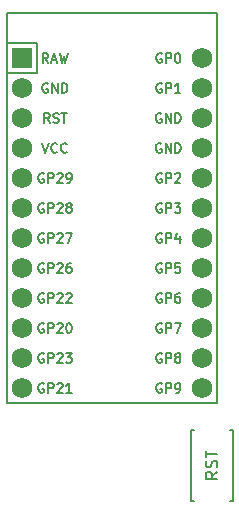
<source format=gbr>
%TF.GenerationSoftware,KiCad,Pcbnew,8.0.8-8.0.8-0~ubuntu24.04.1*%
%TF.CreationDate,2025-01-29T12:56:02-05:00*%
%TF.ProjectId,nitsud,6e697473-7564-42e6-9b69-6361645f7063,v1.0.0*%
%TF.SameCoordinates,Original*%
%TF.FileFunction,Legend,Top*%
%TF.FilePolarity,Positive*%
%FSLAX46Y46*%
G04 Gerber Fmt 4.6, Leading zero omitted, Abs format (unit mm)*
G04 Created by KiCad (PCBNEW 8.0.8-8.0.8-0~ubuntu24.04.1) date 2025-01-29 12:56:02*
%MOMM*%
%LPD*%
G01*
G04 APERTURE LIST*
%ADD10C,0.150000*%
%ADD11R,1.752600X1.752600*%
%ADD12C,1.752600*%
G04 APERTURE END LIST*
D10*
X259247618Y-96790390D02*
X259171428Y-96752295D01*
X259171428Y-96752295D02*
X259057142Y-96752295D01*
X259057142Y-96752295D02*
X258942856Y-96790390D01*
X258942856Y-96790390D02*
X258866666Y-96866580D01*
X258866666Y-96866580D02*
X258828571Y-96942771D01*
X258828571Y-96942771D02*
X258790475Y-97095152D01*
X258790475Y-97095152D02*
X258790475Y-97209438D01*
X258790475Y-97209438D02*
X258828571Y-97361819D01*
X258828571Y-97361819D02*
X258866666Y-97438009D01*
X258866666Y-97438009D02*
X258942856Y-97514200D01*
X258942856Y-97514200D02*
X259057142Y-97552295D01*
X259057142Y-97552295D02*
X259133333Y-97552295D01*
X259133333Y-97552295D02*
X259247618Y-97514200D01*
X259247618Y-97514200D02*
X259285714Y-97476104D01*
X259285714Y-97476104D02*
X259285714Y-97209438D01*
X259285714Y-97209438D02*
X259133333Y-97209438D01*
X259628571Y-97552295D02*
X259628571Y-96752295D01*
X259628571Y-96752295D02*
X259933333Y-96752295D01*
X259933333Y-96752295D02*
X260009523Y-96790390D01*
X260009523Y-96790390D02*
X260047618Y-96828485D01*
X260047618Y-96828485D02*
X260085714Y-96904676D01*
X260085714Y-96904676D02*
X260085714Y-97018961D01*
X260085714Y-97018961D02*
X260047618Y-97095152D01*
X260047618Y-97095152D02*
X260009523Y-97133247D01*
X260009523Y-97133247D02*
X259933333Y-97171342D01*
X259933333Y-97171342D02*
X259628571Y-97171342D01*
X260390475Y-96828485D02*
X260428571Y-96790390D01*
X260428571Y-96790390D02*
X260504761Y-96752295D01*
X260504761Y-96752295D02*
X260695237Y-96752295D01*
X260695237Y-96752295D02*
X260771428Y-96790390D01*
X260771428Y-96790390D02*
X260809523Y-96828485D01*
X260809523Y-96828485D02*
X260847618Y-96904676D01*
X260847618Y-96904676D02*
X260847618Y-96980866D01*
X260847618Y-96980866D02*
X260809523Y-97095152D01*
X260809523Y-97095152D02*
X260352380Y-97552295D01*
X260352380Y-97552295D02*
X260847618Y-97552295D01*
X261228571Y-97552295D02*
X261380952Y-97552295D01*
X261380952Y-97552295D02*
X261457142Y-97514200D01*
X261457142Y-97514200D02*
X261495238Y-97476104D01*
X261495238Y-97476104D02*
X261571428Y-97361819D01*
X261571428Y-97361819D02*
X261609523Y-97209438D01*
X261609523Y-97209438D02*
X261609523Y-96904676D01*
X261609523Y-96904676D02*
X261571428Y-96828485D01*
X261571428Y-96828485D02*
X261533333Y-96790390D01*
X261533333Y-96790390D02*
X261457142Y-96752295D01*
X261457142Y-96752295D02*
X261304761Y-96752295D01*
X261304761Y-96752295D02*
X261228571Y-96790390D01*
X261228571Y-96790390D02*
X261190476Y-96828485D01*
X261190476Y-96828485D02*
X261152380Y-96904676D01*
X261152380Y-96904676D02*
X261152380Y-97095152D01*
X261152380Y-97095152D02*
X261190476Y-97171342D01*
X261190476Y-97171342D02*
X261228571Y-97209438D01*
X261228571Y-97209438D02*
X261304761Y-97247533D01*
X261304761Y-97247533D02*
X261457142Y-97247533D01*
X261457142Y-97247533D02*
X261533333Y-97209438D01*
X261533333Y-97209438D02*
X261571428Y-97171342D01*
X261571428Y-97171342D02*
X261609523Y-97095152D01*
X269228571Y-96790390D02*
X269152381Y-96752295D01*
X269152381Y-96752295D02*
X269038095Y-96752295D01*
X269038095Y-96752295D02*
X268923809Y-96790390D01*
X268923809Y-96790390D02*
X268847619Y-96866580D01*
X268847619Y-96866580D02*
X268809524Y-96942771D01*
X268809524Y-96942771D02*
X268771428Y-97095152D01*
X268771428Y-97095152D02*
X268771428Y-97209438D01*
X268771428Y-97209438D02*
X268809524Y-97361819D01*
X268809524Y-97361819D02*
X268847619Y-97438009D01*
X268847619Y-97438009D02*
X268923809Y-97514200D01*
X268923809Y-97514200D02*
X269038095Y-97552295D01*
X269038095Y-97552295D02*
X269114286Y-97552295D01*
X269114286Y-97552295D02*
X269228571Y-97514200D01*
X269228571Y-97514200D02*
X269266667Y-97476104D01*
X269266667Y-97476104D02*
X269266667Y-97209438D01*
X269266667Y-97209438D02*
X269114286Y-97209438D01*
X269609524Y-97552295D02*
X269609524Y-96752295D01*
X269609524Y-96752295D02*
X269914286Y-96752295D01*
X269914286Y-96752295D02*
X269990476Y-96790390D01*
X269990476Y-96790390D02*
X270028571Y-96828485D01*
X270028571Y-96828485D02*
X270066667Y-96904676D01*
X270066667Y-96904676D02*
X270066667Y-97018961D01*
X270066667Y-97018961D02*
X270028571Y-97095152D01*
X270028571Y-97095152D02*
X269990476Y-97133247D01*
X269990476Y-97133247D02*
X269914286Y-97171342D01*
X269914286Y-97171342D02*
X269609524Y-97171342D01*
X270371428Y-96828485D02*
X270409524Y-96790390D01*
X270409524Y-96790390D02*
X270485714Y-96752295D01*
X270485714Y-96752295D02*
X270676190Y-96752295D01*
X270676190Y-96752295D02*
X270752381Y-96790390D01*
X270752381Y-96790390D02*
X270790476Y-96828485D01*
X270790476Y-96828485D02*
X270828571Y-96904676D01*
X270828571Y-96904676D02*
X270828571Y-96980866D01*
X270828571Y-96980866D02*
X270790476Y-97095152D01*
X270790476Y-97095152D02*
X270333333Y-97552295D01*
X270333333Y-97552295D02*
X270828571Y-97552295D01*
X269228571Y-109490390D02*
X269152381Y-109452295D01*
X269152381Y-109452295D02*
X269038095Y-109452295D01*
X269038095Y-109452295D02*
X268923809Y-109490390D01*
X268923809Y-109490390D02*
X268847619Y-109566580D01*
X268847619Y-109566580D02*
X268809524Y-109642771D01*
X268809524Y-109642771D02*
X268771428Y-109795152D01*
X268771428Y-109795152D02*
X268771428Y-109909438D01*
X268771428Y-109909438D02*
X268809524Y-110061819D01*
X268809524Y-110061819D02*
X268847619Y-110138009D01*
X268847619Y-110138009D02*
X268923809Y-110214200D01*
X268923809Y-110214200D02*
X269038095Y-110252295D01*
X269038095Y-110252295D02*
X269114286Y-110252295D01*
X269114286Y-110252295D02*
X269228571Y-110214200D01*
X269228571Y-110214200D02*
X269266667Y-110176104D01*
X269266667Y-110176104D02*
X269266667Y-109909438D01*
X269266667Y-109909438D02*
X269114286Y-109909438D01*
X269609524Y-110252295D02*
X269609524Y-109452295D01*
X269609524Y-109452295D02*
X269914286Y-109452295D01*
X269914286Y-109452295D02*
X269990476Y-109490390D01*
X269990476Y-109490390D02*
X270028571Y-109528485D01*
X270028571Y-109528485D02*
X270066667Y-109604676D01*
X270066667Y-109604676D02*
X270066667Y-109718961D01*
X270066667Y-109718961D02*
X270028571Y-109795152D01*
X270028571Y-109795152D02*
X269990476Y-109833247D01*
X269990476Y-109833247D02*
X269914286Y-109871342D01*
X269914286Y-109871342D02*
X269609524Y-109871342D01*
X270333333Y-109452295D02*
X270866667Y-109452295D01*
X270866667Y-109452295D02*
X270523809Y-110252295D01*
X269190476Y-91710390D02*
X269114286Y-91672295D01*
X269114286Y-91672295D02*
X269000000Y-91672295D01*
X269000000Y-91672295D02*
X268885714Y-91710390D01*
X268885714Y-91710390D02*
X268809524Y-91786580D01*
X268809524Y-91786580D02*
X268771429Y-91862771D01*
X268771429Y-91862771D02*
X268733333Y-92015152D01*
X268733333Y-92015152D02*
X268733333Y-92129438D01*
X268733333Y-92129438D02*
X268771429Y-92281819D01*
X268771429Y-92281819D02*
X268809524Y-92358009D01*
X268809524Y-92358009D02*
X268885714Y-92434200D01*
X268885714Y-92434200D02*
X269000000Y-92472295D01*
X269000000Y-92472295D02*
X269076191Y-92472295D01*
X269076191Y-92472295D02*
X269190476Y-92434200D01*
X269190476Y-92434200D02*
X269228572Y-92396104D01*
X269228572Y-92396104D02*
X269228572Y-92129438D01*
X269228572Y-92129438D02*
X269076191Y-92129438D01*
X269571429Y-92472295D02*
X269571429Y-91672295D01*
X269571429Y-91672295D02*
X270028572Y-92472295D01*
X270028572Y-92472295D02*
X270028572Y-91672295D01*
X270409524Y-92472295D02*
X270409524Y-91672295D01*
X270409524Y-91672295D02*
X270600000Y-91672295D01*
X270600000Y-91672295D02*
X270714286Y-91710390D01*
X270714286Y-91710390D02*
X270790476Y-91786580D01*
X270790476Y-91786580D02*
X270828571Y-91862771D01*
X270828571Y-91862771D02*
X270866667Y-92015152D01*
X270866667Y-92015152D02*
X270866667Y-92129438D01*
X270866667Y-92129438D02*
X270828571Y-92281819D01*
X270828571Y-92281819D02*
X270790476Y-92358009D01*
X270790476Y-92358009D02*
X270714286Y-92434200D01*
X270714286Y-92434200D02*
X270600000Y-92472295D01*
X270600000Y-92472295D02*
X270409524Y-92472295D01*
X269228571Y-99330390D02*
X269152381Y-99292295D01*
X269152381Y-99292295D02*
X269038095Y-99292295D01*
X269038095Y-99292295D02*
X268923809Y-99330390D01*
X268923809Y-99330390D02*
X268847619Y-99406580D01*
X268847619Y-99406580D02*
X268809524Y-99482771D01*
X268809524Y-99482771D02*
X268771428Y-99635152D01*
X268771428Y-99635152D02*
X268771428Y-99749438D01*
X268771428Y-99749438D02*
X268809524Y-99901819D01*
X268809524Y-99901819D02*
X268847619Y-99978009D01*
X268847619Y-99978009D02*
X268923809Y-100054200D01*
X268923809Y-100054200D02*
X269038095Y-100092295D01*
X269038095Y-100092295D02*
X269114286Y-100092295D01*
X269114286Y-100092295D02*
X269228571Y-100054200D01*
X269228571Y-100054200D02*
X269266667Y-100016104D01*
X269266667Y-100016104D02*
X269266667Y-99749438D01*
X269266667Y-99749438D02*
X269114286Y-99749438D01*
X269609524Y-100092295D02*
X269609524Y-99292295D01*
X269609524Y-99292295D02*
X269914286Y-99292295D01*
X269914286Y-99292295D02*
X269990476Y-99330390D01*
X269990476Y-99330390D02*
X270028571Y-99368485D01*
X270028571Y-99368485D02*
X270066667Y-99444676D01*
X270066667Y-99444676D02*
X270066667Y-99558961D01*
X270066667Y-99558961D02*
X270028571Y-99635152D01*
X270028571Y-99635152D02*
X269990476Y-99673247D01*
X269990476Y-99673247D02*
X269914286Y-99711342D01*
X269914286Y-99711342D02*
X269609524Y-99711342D01*
X270333333Y-99292295D02*
X270828571Y-99292295D01*
X270828571Y-99292295D02*
X270561905Y-99597057D01*
X270561905Y-99597057D02*
X270676190Y-99597057D01*
X270676190Y-99597057D02*
X270752381Y-99635152D01*
X270752381Y-99635152D02*
X270790476Y-99673247D01*
X270790476Y-99673247D02*
X270828571Y-99749438D01*
X270828571Y-99749438D02*
X270828571Y-99939914D01*
X270828571Y-99939914D02*
X270790476Y-100016104D01*
X270790476Y-100016104D02*
X270752381Y-100054200D01*
X270752381Y-100054200D02*
X270676190Y-100092295D01*
X270676190Y-100092295D02*
X270447619Y-100092295D01*
X270447619Y-100092295D02*
X270371428Y-100054200D01*
X270371428Y-100054200D02*
X270333333Y-100016104D01*
X269228571Y-89170390D02*
X269152381Y-89132295D01*
X269152381Y-89132295D02*
X269038095Y-89132295D01*
X269038095Y-89132295D02*
X268923809Y-89170390D01*
X268923809Y-89170390D02*
X268847619Y-89246580D01*
X268847619Y-89246580D02*
X268809524Y-89322771D01*
X268809524Y-89322771D02*
X268771428Y-89475152D01*
X268771428Y-89475152D02*
X268771428Y-89589438D01*
X268771428Y-89589438D02*
X268809524Y-89741819D01*
X268809524Y-89741819D02*
X268847619Y-89818009D01*
X268847619Y-89818009D02*
X268923809Y-89894200D01*
X268923809Y-89894200D02*
X269038095Y-89932295D01*
X269038095Y-89932295D02*
X269114286Y-89932295D01*
X269114286Y-89932295D02*
X269228571Y-89894200D01*
X269228571Y-89894200D02*
X269266667Y-89856104D01*
X269266667Y-89856104D02*
X269266667Y-89589438D01*
X269266667Y-89589438D02*
X269114286Y-89589438D01*
X269609524Y-89932295D02*
X269609524Y-89132295D01*
X269609524Y-89132295D02*
X269914286Y-89132295D01*
X269914286Y-89132295D02*
X269990476Y-89170390D01*
X269990476Y-89170390D02*
X270028571Y-89208485D01*
X270028571Y-89208485D02*
X270066667Y-89284676D01*
X270066667Y-89284676D02*
X270066667Y-89398961D01*
X270066667Y-89398961D02*
X270028571Y-89475152D01*
X270028571Y-89475152D02*
X269990476Y-89513247D01*
X269990476Y-89513247D02*
X269914286Y-89551342D01*
X269914286Y-89551342D02*
X269609524Y-89551342D01*
X270828571Y-89932295D02*
X270371428Y-89932295D01*
X270600000Y-89932295D02*
X270600000Y-89132295D01*
X270600000Y-89132295D02*
X270523809Y-89246580D01*
X270523809Y-89246580D02*
X270447619Y-89322771D01*
X270447619Y-89322771D02*
X270371428Y-89360866D01*
X269228571Y-114570390D02*
X269152381Y-114532295D01*
X269152381Y-114532295D02*
X269038095Y-114532295D01*
X269038095Y-114532295D02*
X268923809Y-114570390D01*
X268923809Y-114570390D02*
X268847619Y-114646580D01*
X268847619Y-114646580D02*
X268809524Y-114722771D01*
X268809524Y-114722771D02*
X268771428Y-114875152D01*
X268771428Y-114875152D02*
X268771428Y-114989438D01*
X268771428Y-114989438D02*
X268809524Y-115141819D01*
X268809524Y-115141819D02*
X268847619Y-115218009D01*
X268847619Y-115218009D02*
X268923809Y-115294200D01*
X268923809Y-115294200D02*
X269038095Y-115332295D01*
X269038095Y-115332295D02*
X269114286Y-115332295D01*
X269114286Y-115332295D02*
X269228571Y-115294200D01*
X269228571Y-115294200D02*
X269266667Y-115256104D01*
X269266667Y-115256104D02*
X269266667Y-114989438D01*
X269266667Y-114989438D02*
X269114286Y-114989438D01*
X269609524Y-115332295D02*
X269609524Y-114532295D01*
X269609524Y-114532295D02*
X269914286Y-114532295D01*
X269914286Y-114532295D02*
X269990476Y-114570390D01*
X269990476Y-114570390D02*
X270028571Y-114608485D01*
X270028571Y-114608485D02*
X270066667Y-114684676D01*
X270066667Y-114684676D02*
X270066667Y-114798961D01*
X270066667Y-114798961D02*
X270028571Y-114875152D01*
X270028571Y-114875152D02*
X269990476Y-114913247D01*
X269990476Y-114913247D02*
X269914286Y-114951342D01*
X269914286Y-114951342D02*
X269609524Y-114951342D01*
X270447619Y-115332295D02*
X270600000Y-115332295D01*
X270600000Y-115332295D02*
X270676190Y-115294200D01*
X270676190Y-115294200D02*
X270714286Y-115256104D01*
X270714286Y-115256104D02*
X270790476Y-115141819D01*
X270790476Y-115141819D02*
X270828571Y-114989438D01*
X270828571Y-114989438D02*
X270828571Y-114684676D01*
X270828571Y-114684676D02*
X270790476Y-114608485D01*
X270790476Y-114608485D02*
X270752381Y-114570390D01*
X270752381Y-114570390D02*
X270676190Y-114532295D01*
X270676190Y-114532295D02*
X270523809Y-114532295D01*
X270523809Y-114532295D02*
X270447619Y-114570390D01*
X270447619Y-114570390D02*
X270409524Y-114608485D01*
X270409524Y-114608485D02*
X270371428Y-114684676D01*
X270371428Y-114684676D02*
X270371428Y-114875152D01*
X270371428Y-114875152D02*
X270409524Y-114951342D01*
X270409524Y-114951342D02*
X270447619Y-114989438D01*
X270447619Y-114989438D02*
X270523809Y-115027533D01*
X270523809Y-115027533D02*
X270676190Y-115027533D01*
X270676190Y-115027533D02*
X270752381Y-114989438D01*
X270752381Y-114989438D02*
X270790476Y-114951342D01*
X270790476Y-114951342D02*
X270828571Y-114875152D01*
X269228571Y-86630390D02*
X269152381Y-86592295D01*
X269152381Y-86592295D02*
X269038095Y-86592295D01*
X269038095Y-86592295D02*
X268923809Y-86630390D01*
X268923809Y-86630390D02*
X268847619Y-86706580D01*
X268847619Y-86706580D02*
X268809524Y-86782771D01*
X268809524Y-86782771D02*
X268771428Y-86935152D01*
X268771428Y-86935152D02*
X268771428Y-87049438D01*
X268771428Y-87049438D02*
X268809524Y-87201819D01*
X268809524Y-87201819D02*
X268847619Y-87278009D01*
X268847619Y-87278009D02*
X268923809Y-87354200D01*
X268923809Y-87354200D02*
X269038095Y-87392295D01*
X269038095Y-87392295D02*
X269114286Y-87392295D01*
X269114286Y-87392295D02*
X269228571Y-87354200D01*
X269228571Y-87354200D02*
X269266667Y-87316104D01*
X269266667Y-87316104D02*
X269266667Y-87049438D01*
X269266667Y-87049438D02*
X269114286Y-87049438D01*
X269609524Y-87392295D02*
X269609524Y-86592295D01*
X269609524Y-86592295D02*
X269914286Y-86592295D01*
X269914286Y-86592295D02*
X269990476Y-86630390D01*
X269990476Y-86630390D02*
X270028571Y-86668485D01*
X270028571Y-86668485D02*
X270066667Y-86744676D01*
X270066667Y-86744676D02*
X270066667Y-86858961D01*
X270066667Y-86858961D02*
X270028571Y-86935152D01*
X270028571Y-86935152D02*
X269990476Y-86973247D01*
X269990476Y-86973247D02*
X269914286Y-87011342D01*
X269914286Y-87011342D02*
X269609524Y-87011342D01*
X270561905Y-86592295D02*
X270638095Y-86592295D01*
X270638095Y-86592295D02*
X270714286Y-86630390D01*
X270714286Y-86630390D02*
X270752381Y-86668485D01*
X270752381Y-86668485D02*
X270790476Y-86744676D01*
X270790476Y-86744676D02*
X270828571Y-86897057D01*
X270828571Y-86897057D02*
X270828571Y-87087533D01*
X270828571Y-87087533D02*
X270790476Y-87239914D01*
X270790476Y-87239914D02*
X270752381Y-87316104D01*
X270752381Y-87316104D02*
X270714286Y-87354200D01*
X270714286Y-87354200D02*
X270638095Y-87392295D01*
X270638095Y-87392295D02*
X270561905Y-87392295D01*
X270561905Y-87392295D02*
X270485714Y-87354200D01*
X270485714Y-87354200D02*
X270447619Y-87316104D01*
X270447619Y-87316104D02*
X270409524Y-87239914D01*
X270409524Y-87239914D02*
X270371428Y-87087533D01*
X270371428Y-87087533D02*
X270371428Y-86897057D01*
X270371428Y-86897057D02*
X270409524Y-86744676D01*
X270409524Y-86744676D02*
X270447619Y-86668485D01*
X270447619Y-86668485D02*
X270485714Y-86630390D01*
X270485714Y-86630390D02*
X270561905Y-86592295D01*
X269228571Y-104410390D02*
X269152381Y-104372295D01*
X269152381Y-104372295D02*
X269038095Y-104372295D01*
X269038095Y-104372295D02*
X268923809Y-104410390D01*
X268923809Y-104410390D02*
X268847619Y-104486580D01*
X268847619Y-104486580D02*
X268809524Y-104562771D01*
X268809524Y-104562771D02*
X268771428Y-104715152D01*
X268771428Y-104715152D02*
X268771428Y-104829438D01*
X268771428Y-104829438D02*
X268809524Y-104981819D01*
X268809524Y-104981819D02*
X268847619Y-105058009D01*
X268847619Y-105058009D02*
X268923809Y-105134200D01*
X268923809Y-105134200D02*
X269038095Y-105172295D01*
X269038095Y-105172295D02*
X269114286Y-105172295D01*
X269114286Y-105172295D02*
X269228571Y-105134200D01*
X269228571Y-105134200D02*
X269266667Y-105096104D01*
X269266667Y-105096104D02*
X269266667Y-104829438D01*
X269266667Y-104829438D02*
X269114286Y-104829438D01*
X269609524Y-105172295D02*
X269609524Y-104372295D01*
X269609524Y-104372295D02*
X269914286Y-104372295D01*
X269914286Y-104372295D02*
X269990476Y-104410390D01*
X269990476Y-104410390D02*
X270028571Y-104448485D01*
X270028571Y-104448485D02*
X270066667Y-104524676D01*
X270066667Y-104524676D02*
X270066667Y-104638961D01*
X270066667Y-104638961D02*
X270028571Y-104715152D01*
X270028571Y-104715152D02*
X269990476Y-104753247D01*
X269990476Y-104753247D02*
X269914286Y-104791342D01*
X269914286Y-104791342D02*
X269609524Y-104791342D01*
X270790476Y-104372295D02*
X270409524Y-104372295D01*
X270409524Y-104372295D02*
X270371428Y-104753247D01*
X270371428Y-104753247D02*
X270409524Y-104715152D01*
X270409524Y-104715152D02*
X270485714Y-104677057D01*
X270485714Y-104677057D02*
X270676190Y-104677057D01*
X270676190Y-104677057D02*
X270752381Y-104715152D01*
X270752381Y-104715152D02*
X270790476Y-104753247D01*
X270790476Y-104753247D02*
X270828571Y-104829438D01*
X270828571Y-104829438D02*
X270828571Y-105019914D01*
X270828571Y-105019914D02*
X270790476Y-105096104D01*
X270790476Y-105096104D02*
X270752381Y-105134200D01*
X270752381Y-105134200D02*
X270676190Y-105172295D01*
X270676190Y-105172295D02*
X270485714Y-105172295D01*
X270485714Y-105172295D02*
X270409524Y-105134200D01*
X270409524Y-105134200D02*
X270371428Y-105096104D01*
X269228571Y-101870390D02*
X269152381Y-101832295D01*
X269152381Y-101832295D02*
X269038095Y-101832295D01*
X269038095Y-101832295D02*
X268923809Y-101870390D01*
X268923809Y-101870390D02*
X268847619Y-101946580D01*
X268847619Y-101946580D02*
X268809524Y-102022771D01*
X268809524Y-102022771D02*
X268771428Y-102175152D01*
X268771428Y-102175152D02*
X268771428Y-102289438D01*
X268771428Y-102289438D02*
X268809524Y-102441819D01*
X268809524Y-102441819D02*
X268847619Y-102518009D01*
X268847619Y-102518009D02*
X268923809Y-102594200D01*
X268923809Y-102594200D02*
X269038095Y-102632295D01*
X269038095Y-102632295D02*
X269114286Y-102632295D01*
X269114286Y-102632295D02*
X269228571Y-102594200D01*
X269228571Y-102594200D02*
X269266667Y-102556104D01*
X269266667Y-102556104D02*
X269266667Y-102289438D01*
X269266667Y-102289438D02*
X269114286Y-102289438D01*
X269609524Y-102632295D02*
X269609524Y-101832295D01*
X269609524Y-101832295D02*
X269914286Y-101832295D01*
X269914286Y-101832295D02*
X269990476Y-101870390D01*
X269990476Y-101870390D02*
X270028571Y-101908485D01*
X270028571Y-101908485D02*
X270066667Y-101984676D01*
X270066667Y-101984676D02*
X270066667Y-102098961D01*
X270066667Y-102098961D02*
X270028571Y-102175152D01*
X270028571Y-102175152D02*
X269990476Y-102213247D01*
X269990476Y-102213247D02*
X269914286Y-102251342D01*
X269914286Y-102251342D02*
X269609524Y-102251342D01*
X270752381Y-102098961D02*
X270752381Y-102632295D01*
X270561905Y-101794200D02*
X270371428Y-102365628D01*
X270371428Y-102365628D02*
X270866667Y-102365628D01*
X259247618Y-106950390D02*
X259171428Y-106912295D01*
X259171428Y-106912295D02*
X259057142Y-106912295D01*
X259057142Y-106912295D02*
X258942856Y-106950390D01*
X258942856Y-106950390D02*
X258866666Y-107026580D01*
X258866666Y-107026580D02*
X258828571Y-107102771D01*
X258828571Y-107102771D02*
X258790475Y-107255152D01*
X258790475Y-107255152D02*
X258790475Y-107369438D01*
X258790475Y-107369438D02*
X258828571Y-107521819D01*
X258828571Y-107521819D02*
X258866666Y-107598009D01*
X258866666Y-107598009D02*
X258942856Y-107674200D01*
X258942856Y-107674200D02*
X259057142Y-107712295D01*
X259057142Y-107712295D02*
X259133333Y-107712295D01*
X259133333Y-107712295D02*
X259247618Y-107674200D01*
X259247618Y-107674200D02*
X259285714Y-107636104D01*
X259285714Y-107636104D02*
X259285714Y-107369438D01*
X259285714Y-107369438D02*
X259133333Y-107369438D01*
X259628571Y-107712295D02*
X259628571Y-106912295D01*
X259628571Y-106912295D02*
X259933333Y-106912295D01*
X259933333Y-106912295D02*
X260009523Y-106950390D01*
X260009523Y-106950390D02*
X260047618Y-106988485D01*
X260047618Y-106988485D02*
X260085714Y-107064676D01*
X260085714Y-107064676D02*
X260085714Y-107178961D01*
X260085714Y-107178961D02*
X260047618Y-107255152D01*
X260047618Y-107255152D02*
X260009523Y-107293247D01*
X260009523Y-107293247D02*
X259933333Y-107331342D01*
X259933333Y-107331342D02*
X259628571Y-107331342D01*
X260390475Y-106988485D02*
X260428571Y-106950390D01*
X260428571Y-106950390D02*
X260504761Y-106912295D01*
X260504761Y-106912295D02*
X260695237Y-106912295D01*
X260695237Y-106912295D02*
X260771428Y-106950390D01*
X260771428Y-106950390D02*
X260809523Y-106988485D01*
X260809523Y-106988485D02*
X260847618Y-107064676D01*
X260847618Y-107064676D02*
X260847618Y-107140866D01*
X260847618Y-107140866D02*
X260809523Y-107255152D01*
X260809523Y-107255152D02*
X260352380Y-107712295D01*
X260352380Y-107712295D02*
X260847618Y-107712295D01*
X261152380Y-106988485D02*
X261190476Y-106950390D01*
X261190476Y-106950390D02*
X261266666Y-106912295D01*
X261266666Y-106912295D02*
X261457142Y-106912295D01*
X261457142Y-106912295D02*
X261533333Y-106950390D01*
X261533333Y-106950390D02*
X261571428Y-106988485D01*
X261571428Y-106988485D02*
X261609523Y-107064676D01*
X261609523Y-107064676D02*
X261609523Y-107140866D01*
X261609523Y-107140866D02*
X261571428Y-107255152D01*
X261571428Y-107255152D02*
X261114285Y-107712295D01*
X261114285Y-107712295D02*
X261609523Y-107712295D01*
X259247618Y-112030390D02*
X259171428Y-111992295D01*
X259171428Y-111992295D02*
X259057142Y-111992295D01*
X259057142Y-111992295D02*
X258942856Y-112030390D01*
X258942856Y-112030390D02*
X258866666Y-112106580D01*
X258866666Y-112106580D02*
X258828571Y-112182771D01*
X258828571Y-112182771D02*
X258790475Y-112335152D01*
X258790475Y-112335152D02*
X258790475Y-112449438D01*
X258790475Y-112449438D02*
X258828571Y-112601819D01*
X258828571Y-112601819D02*
X258866666Y-112678009D01*
X258866666Y-112678009D02*
X258942856Y-112754200D01*
X258942856Y-112754200D02*
X259057142Y-112792295D01*
X259057142Y-112792295D02*
X259133333Y-112792295D01*
X259133333Y-112792295D02*
X259247618Y-112754200D01*
X259247618Y-112754200D02*
X259285714Y-112716104D01*
X259285714Y-112716104D02*
X259285714Y-112449438D01*
X259285714Y-112449438D02*
X259133333Y-112449438D01*
X259628571Y-112792295D02*
X259628571Y-111992295D01*
X259628571Y-111992295D02*
X259933333Y-111992295D01*
X259933333Y-111992295D02*
X260009523Y-112030390D01*
X260009523Y-112030390D02*
X260047618Y-112068485D01*
X260047618Y-112068485D02*
X260085714Y-112144676D01*
X260085714Y-112144676D02*
X260085714Y-112258961D01*
X260085714Y-112258961D02*
X260047618Y-112335152D01*
X260047618Y-112335152D02*
X260009523Y-112373247D01*
X260009523Y-112373247D02*
X259933333Y-112411342D01*
X259933333Y-112411342D02*
X259628571Y-112411342D01*
X260390475Y-112068485D02*
X260428571Y-112030390D01*
X260428571Y-112030390D02*
X260504761Y-111992295D01*
X260504761Y-111992295D02*
X260695237Y-111992295D01*
X260695237Y-111992295D02*
X260771428Y-112030390D01*
X260771428Y-112030390D02*
X260809523Y-112068485D01*
X260809523Y-112068485D02*
X260847618Y-112144676D01*
X260847618Y-112144676D02*
X260847618Y-112220866D01*
X260847618Y-112220866D02*
X260809523Y-112335152D01*
X260809523Y-112335152D02*
X260352380Y-112792295D01*
X260352380Y-112792295D02*
X260847618Y-112792295D01*
X261114285Y-111992295D02*
X261609523Y-111992295D01*
X261609523Y-111992295D02*
X261342857Y-112297057D01*
X261342857Y-112297057D02*
X261457142Y-112297057D01*
X261457142Y-112297057D02*
X261533333Y-112335152D01*
X261533333Y-112335152D02*
X261571428Y-112373247D01*
X261571428Y-112373247D02*
X261609523Y-112449438D01*
X261609523Y-112449438D02*
X261609523Y-112639914D01*
X261609523Y-112639914D02*
X261571428Y-112716104D01*
X261571428Y-112716104D02*
X261533333Y-112754200D01*
X261533333Y-112754200D02*
X261457142Y-112792295D01*
X261457142Y-112792295D02*
X261228571Y-112792295D01*
X261228571Y-112792295D02*
X261152380Y-112754200D01*
X261152380Y-112754200D02*
X261114285Y-112716104D01*
X259247618Y-99330390D02*
X259171428Y-99292295D01*
X259171428Y-99292295D02*
X259057142Y-99292295D01*
X259057142Y-99292295D02*
X258942856Y-99330390D01*
X258942856Y-99330390D02*
X258866666Y-99406580D01*
X258866666Y-99406580D02*
X258828571Y-99482771D01*
X258828571Y-99482771D02*
X258790475Y-99635152D01*
X258790475Y-99635152D02*
X258790475Y-99749438D01*
X258790475Y-99749438D02*
X258828571Y-99901819D01*
X258828571Y-99901819D02*
X258866666Y-99978009D01*
X258866666Y-99978009D02*
X258942856Y-100054200D01*
X258942856Y-100054200D02*
X259057142Y-100092295D01*
X259057142Y-100092295D02*
X259133333Y-100092295D01*
X259133333Y-100092295D02*
X259247618Y-100054200D01*
X259247618Y-100054200D02*
X259285714Y-100016104D01*
X259285714Y-100016104D02*
X259285714Y-99749438D01*
X259285714Y-99749438D02*
X259133333Y-99749438D01*
X259628571Y-100092295D02*
X259628571Y-99292295D01*
X259628571Y-99292295D02*
X259933333Y-99292295D01*
X259933333Y-99292295D02*
X260009523Y-99330390D01*
X260009523Y-99330390D02*
X260047618Y-99368485D01*
X260047618Y-99368485D02*
X260085714Y-99444676D01*
X260085714Y-99444676D02*
X260085714Y-99558961D01*
X260085714Y-99558961D02*
X260047618Y-99635152D01*
X260047618Y-99635152D02*
X260009523Y-99673247D01*
X260009523Y-99673247D02*
X259933333Y-99711342D01*
X259933333Y-99711342D02*
X259628571Y-99711342D01*
X260390475Y-99368485D02*
X260428571Y-99330390D01*
X260428571Y-99330390D02*
X260504761Y-99292295D01*
X260504761Y-99292295D02*
X260695237Y-99292295D01*
X260695237Y-99292295D02*
X260771428Y-99330390D01*
X260771428Y-99330390D02*
X260809523Y-99368485D01*
X260809523Y-99368485D02*
X260847618Y-99444676D01*
X260847618Y-99444676D02*
X260847618Y-99520866D01*
X260847618Y-99520866D02*
X260809523Y-99635152D01*
X260809523Y-99635152D02*
X260352380Y-100092295D01*
X260352380Y-100092295D02*
X260847618Y-100092295D01*
X261304761Y-99635152D02*
X261228571Y-99597057D01*
X261228571Y-99597057D02*
X261190476Y-99558961D01*
X261190476Y-99558961D02*
X261152380Y-99482771D01*
X261152380Y-99482771D02*
X261152380Y-99444676D01*
X261152380Y-99444676D02*
X261190476Y-99368485D01*
X261190476Y-99368485D02*
X261228571Y-99330390D01*
X261228571Y-99330390D02*
X261304761Y-99292295D01*
X261304761Y-99292295D02*
X261457142Y-99292295D01*
X261457142Y-99292295D02*
X261533333Y-99330390D01*
X261533333Y-99330390D02*
X261571428Y-99368485D01*
X261571428Y-99368485D02*
X261609523Y-99444676D01*
X261609523Y-99444676D02*
X261609523Y-99482771D01*
X261609523Y-99482771D02*
X261571428Y-99558961D01*
X261571428Y-99558961D02*
X261533333Y-99597057D01*
X261533333Y-99597057D02*
X261457142Y-99635152D01*
X261457142Y-99635152D02*
X261304761Y-99635152D01*
X261304761Y-99635152D02*
X261228571Y-99673247D01*
X261228571Y-99673247D02*
X261190476Y-99711342D01*
X261190476Y-99711342D02*
X261152380Y-99787533D01*
X261152380Y-99787533D02*
X261152380Y-99939914D01*
X261152380Y-99939914D02*
X261190476Y-100016104D01*
X261190476Y-100016104D02*
X261228571Y-100054200D01*
X261228571Y-100054200D02*
X261304761Y-100092295D01*
X261304761Y-100092295D02*
X261457142Y-100092295D01*
X261457142Y-100092295D02*
X261533333Y-100054200D01*
X261533333Y-100054200D02*
X261571428Y-100016104D01*
X261571428Y-100016104D02*
X261609523Y-99939914D01*
X261609523Y-99939914D02*
X261609523Y-99787533D01*
X261609523Y-99787533D02*
X261571428Y-99711342D01*
X261571428Y-99711342D02*
X261533333Y-99673247D01*
X261533333Y-99673247D02*
X261457142Y-99635152D01*
X269228571Y-106950390D02*
X269152381Y-106912295D01*
X269152381Y-106912295D02*
X269038095Y-106912295D01*
X269038095Y-106912295D02*
X268923809Y-106950390D01*
X268923809Y-106950390D02*
X268847619Y-107026580D01*
X268847619Y-107026580D02*
X268809524Y-107102771D01*
X268809524Y-107102771D02*
X268771428Y-107255152D01*
X268771428Y-107255152D02*
X268771428Y-107369438D01*
X268771428Y-107369438D02*
X268809524Y-107521819D01*
X268809524Y-107521819D02*
X268847619Y-107598009D01*
X268847619Y-107598009D02*
X268923809Y-107674200D01*
X268923809Y-107674200D02*
X269038095Y-107712295D01*
X269038095Y-107712295D02*
X269114286Y-107712295D01*
X269114286Y-107712295D02*
X269228571Y-107674200D01*
X269228571Y-107674200D02*
X269266667Y-107636104D01*
X269266667Y-107636104D02*
X269266667Y-107369438D01*
X269266667Y-107369438D02*
X269114286Y-107369438D01*
X269609524Y-107712295D02*
X269609524Y-106912295D01*
X269609524Y-106912295D02*
X269914286Y-106912295D01*
X269914286Y-106912295D02*
X269990476Y-106950390D01*
X269990476Y-106950390D02*
X270028571Y-106988485D01*
X270028571Y-106988485D02*
X270066667Y-107064676D01*
X270066667Y-107064676D02*
X270066667Y-107178961D01*
X270066667Y-107178961D02*
X270028571Y-107255152D01*
X270028571Y-107255152D02*
X269990476Y-107293247D01*
X269990476Y-107293247D02*
X269914286Y-107331342D01*
X269914286Y-107331342D02*
X269609524Y-107331342D01*
X270752381Y-106912295D02*
X270600000Y-106912295D01*
X270600000Y-106912295D02*
X270523809Y-106950390D01*
X270523809Y-106950390D02*
X270485714Y-106988485D01*
X270485714Y-106988485D02*
X270409524Y-107102771D01*
X270409524Y-107102771D02*
X270371428Y-107255152D01*
X270371428Y-107255152D02*
X270371428Y-107559914D01*
X270371428Y-107559914D02*
X270409524Y-107636104D01*
X270409524Y-107636104D02*
X270447619Y-107674200D01*
X270447619Y-107674200D02*
X270523809Y-107712295D01*
X270523809Y-107712295D02*
X270676190Y-107712295D01*
X270676190Y-107712295D02*
X270752381Y-107674200D01*
X270752381Y-107674200D02*
X270790476Y-107636104D01*
X270790476Y-107636104D02*
X270828571Y-107559914D01*
X270828571Y-107559914D02*
X270828571Y-107369438D01*
X270828571Y-107369438D02*
X270790476Y-107293247D01*
X270790476Y-107293247D02*
X270752381Y-107255152D01*
X270752381Y-107255152D02*
X270676190Y-107217057D01*
X270676190Y-107217057D02*
X270523809Y-107217057D01*
X270523809Y-107217057D02*
X270447619Y-107255152D01*
X270447619Y-107255152D02*
X270409524Y-107293247D01*
X270409524Y-107293247D02*
X270371428Y-107369438D01*
X269190476Y-94250390D02*
X269114286Y-94212295D01*
X269114286Y-94212295D02*
X269000000Y-94212295D01*
X269000000Y-94212295D02*
X268885714Y-94250390D01*
X268885714Y-94250390D02*
X268809524Y-94326580D01*
X268809524Y-94326580D02*
X268771429Y-94402771D01*
X268771429Y-94402771D02*
X268733333Y-94555152D01*
X268733333Y-94555152D02*
X268733333Y-94669438D01*
X268733333Y-94669438D02*
X268771429Y-94821819D01*
X268771429Y-94821819D02*
X268809524Y-94898009D01*
X268809524Y-94898009D02*
X268885714Y-94974200D01*
X268885714Y-94974200D02*
X269000000Y-95012295D01*
X269000000Y-95012295D02*
X269076191Y-95012295D01*
X269076191Y-95012295D02*
X269190476Y-94974200D01*
X269190476Y-94974200D02*
X269228572Y-94936104D01*
X269228572Y-94936104D02*
X269228572Y-94669438D01*
X269228572Y-94669438D02*
X269076191Y-94669438D01*
X269571429Y-95012295D02*
X269571429Y-94212295D01*
X269571429Y-94212295D02*
X270028572Y-95012295D01*
X270028572Y-95012295D02*
X270028572Y-94212295D01*
X270409524Y-95012295D02*
X270409524Y-94212295D01*
X270409524Y-94212295D02*
X270600000Y-94212295D01*
X270600000Y-94212295D02*
X270714286Y-94250390D01*
X270714286Y-94250390D02*
X270790476Y-94326580D01*
X270790476Y-94326580D02*
X270828571Y-94402771D01*
X270828571Y-94402771D02*
X270866667Y-94555152D01*
X270866667Y-94555152D02*
X270866667Y-94669438D01*
X270866667Y-94669438D02*
X270828571Y-94821819D01*
X270828571Y-94821819D02*
X270790476Y-94898009D01*
X270790476Y-94898009D02*
X270714286Y-94974200D01*
X270714286Y-94974200D02*
X270600000Y-95012295D01*
X270600000Y-95012295D02*
X270409524Y-95012295D01*
X259247618Y-101870390D02*
X259171428Y-101832295D01*
X259171428Y-101832295D02*
X259057142Y-101832295D01*
X259057142Y-101832295D02*
X258942856Y-101870390D01*
X258942856Y-101870390D02*
X258866666Y-101946580D01*
X258866666Y-101946580D02*
X258828571Y-102022771D01*
X258828571Y-102022771D02*
X258790475Y-102175152D01*
X258790475Y-102175152D02*
X258790475Y-102289438D01*
X258790475Y-102289438D02*
X258828571Y-102441819D01*
X258828571Y-102441819D02*
X258866666Y-102518009D01*
X258866666Y-102518009D02*
X258942856Y-102594200D01*
X258942856Y-102594200D02*
X259057142Y-102632295D01*
X259057142Y-102632295D02*
X259133333Y-102632295D01*
X259133333Y-102632295D02*
X259247618Y-102594200D01*
X259247618Y-102594200D02*
X259285714Y-102556104D01*
X259285714Y-102556104D02*
X259285714Y-102289438D01*
X259285714Y-102289438D02*
X259133333Y-102289438D01*
X259628571Y-102632295D02*
X259628571Y-101832295D01*
X259628571Y-101832295D02*
X259933333Y-101832295D01*
X259933333Y-101832295D02*
X260009523Y-101870390D01*
X260009523Y-101870390D02*
X260047618Y-101908485D01*
X260047618Y-101908485D02*
X260085714Y-101984676D01*
X260085714Y-101984676D02*
X260085714Y-102098961D01*
X260085714Y-102098961D02*
X260047618Y-102175152D01*
X260047618Y-102175152D02*
X260009523Y-102213247D01*
X260009523Y-102213247D02*
X259933333Y-102251342D01*
X259933333Y-102251342D02*
X259628571Y-102251342D01*
X260390475Y-101908485D02*
X260428571Y-101870390D01*
X260428571Y-101870390D02*
X260504761Y-101832295D01*
X260504761Y-101832295D02*
X260695237Y-101832295D01*
X260695237Y-101832295D02*
X260771428Y-101870390D01*
X260771428Y-101870390D02*
X260809523Y-101908485D01*
X260809523Y-101908485D02*
X260847618Y-101984676D01*
X260847618Y-101984676D02*
X260847618Y-102060866D01*
X260847618Y-102060866D02*
X260809523Y-102175152D01*
X260809523Y-102175152D02*
X260352380Y-102632295D01*
X260352380Y-102632295D02*
X260847618Y-102632295D01*
X261114285Y-101832295D02*
X261647619Y-101832295D01*
X261647619Y-101832295D02*
X261304761Y-102632295D01*
X259761905Y-92472295D02*
X259495238Y-92091342D01*
X259304762Y-92472295D02*
X259304762Y-91672295D01*
X259304762Y-91672295D02*
X259609524Y-91672295D01*
X259609524Y-91672295D02*
X259685714Y-91710390D01*
X259685714Y-91710390D02*
X259723809Y-91748485D01*
X259723809Y-91748485D02*
X259761905Y-91824676D01*
X259761905Y-91824676D02*
X259761905Y-91938961D01*
X259761905Y-91938961D02*
X259723809Y-92015152D01*
X259723809Y-92015152D02*
X259685714Y-92053247D01*
X259685714Y-92053247D02*
X259609524Y-92091342D01*
X259609524Y-92091342D02*
X259304762Y-92091342D01*
X260066666Y-92434200D02*
X260180952Y-92472295D01*
X260180952Y-92472295D02*
X260371428Y-92472295D01*
X260371428Y-92472295D02*
X260447619Y-92434200D01*
X260447619Y-92434200D02*
X260485714Y-92396104D01*
X260485714Y-92396104D02*
X260523809Y-92319914D01*
X260523809Y-92319914D02*
X260523809Y-92243723D01*
X260523809Y-92243723D02*
X260485714Y-92167533D01*
X260485714Y-92167533D02*
X260447619Y-92129438D01*
X260447619Y-92129438D02*
X260371428Y-92091342D01*
X260371428Y-92091342D02*
X260219047Y-92053247D01*
X260219047Y-92053247D02*
X260142857Y-92015152D01*
X260142857Y-92015152D02*
X260104762Y-91977057D01*
X260104762Y-91977057D02*
X260066666Y-91900866D01*
X260066666Y-91900866D02*
X260066666Y-91824676D01*
X260066666Y-91824676D02*
X260104762Y-91748485D01*
X260104762Y-91748485D02*
X260142857Y-91710390D01*
X260142857Y-91710390D02*
X260219047Y-91672295D01*
X260219047Y-91672295D02*
X260409524Y-91672295D01*
X260409524Y-91672295D02*
X260523809Y-91710390D01*
X260752381Y-91672295D02*
X261209524Y-91672295D01*
X260980952Y-92472295D02*
X260980952Y-91672295D01*
X269228571Y-112030390D02*
X269152381Y-111992295D01*
X269152381Y-111992295D02*
X269038095Y-111992295D01*
X269038095Y-111992295D02*
X268923809Y-112030390D01*
X268923809Y-112030390D02*
X268847619Y-112106580D01*
X268847619Y-112106580D02*
X268809524Y-112182771D01*
X268809524Y-112182771D02*
X268771428Y-112335152D01*
X268771428Y-112335152D02*
X268771428Y-112449438D01*
X268771428Y-112449438D02*
X268809524Y-112601819D01*
X268809524Y-112601819D02*
X268847619Y-112678009D01*
X268847619Y-112678009D02*
X268923809Y-112754200D01*
X268923809Y-112754200D02*
X269038095Y-112792295D01*
X269038095Y-112792295D02*
X269114286Y-112792295D01*
X269114286Y-112792295D02*
X269228571Y-112754200D01*
X269228571Y-112754200D02*
X269266667Y-112716104D01*
X269266667Y-112716104D02*
X269266667Y-112449438D01*
X269266667Y-112449438D02*
X269114286Y-112449438D01*
X269609524Y-112792295D02*
X269609524Y-111992295D01*
X269609524Y-111992295D02*
X269914286Y-111992295D01*
X269914286Y-111992295D02*
X269990476Y-112030390D01*
X269990476Y-112030390D02*
X270028571Y-112068485D01*
X270028571Y-112068485D02*
X270066667Y-112144676D01*
X270066667Y-112144676D02*
X270066667Y-112258961D01*
X270066667Y-112258961D02*
X270028571Y-112335152D01*
X270028571Y-112335152D02*
X269990476Y-112373247D01*
X269990476Y-112373247D02*
X269914286Y-112411342D01*
X269914286Y-112411342D02*
X269609524Y-112411342D01*
X270523809Y-112335152D02*
X270447619Y-112297057D01*
X270447619Y-112297057D02*
X270409524Y-112258961D01*
X270409524Y-112258961D02*
X270371428Y-112182771D01*
X270371428Y-112182771D02*
X270371428Y-112144676D01*
X270371428Y-112144676D02*
X270409524Y-112068485D01*
X270409524Y-112068485D02*
X270447619Y-112030390D01*
X270447619Y-112030390D02*
X270523809Y-111992295D01*
X270523809Y-111992295D02*
X270676190Y-111992295D01*
X270676190Y-111992295D02*
X270752381Y-112030390D01*
X270752381Y-112030390D02*
X270790476Y-112068485D01*
X270790476Y-112068485D02*
X270828571Y-112144676D01*
X270828571Y-112144676D02*
X270828571Y-112182771D01*
X270828571Y-112182771D02*
X270790476Y-112258961D01*
X270790476Y-112258961D02*
X270752381Y-112297057D01*
X270752381Y-112297057D02*
X270676190Y-112335152D01*
X270676190Y-112335152D02*
X270523809Y-112335152D01*
X270523809Y-112335152D02*
X270447619Y-112373247D01*
X270447619Y-112373247D02*
X270409524Y-112411342D01*
X270409524Y-112411342D02*
X270371428Y-112487533D01*
X270371428Y-112487533D02*
X270371428Y-112639914D01*
X270371428Y-112639914D02*
X270409524Y-112716104D01*
X270409524Y-112716104D02*
X270447619Y-112754200D01*
X270447619Y-112754200D02*
X270523809Y-112792295D01*
X270523809Y-112792295D02*
X270676190Y-112792295D01*
X270676190Y-112792295D02*
X270752381Y-112754200D01*
X270752381Y-112754200D02*
X270790476Y-112716104D01*
X270790476Y-112716104D02*
X270828571Y-112639914D01*
X270828571Y-112639914D02*
X270828571Y-112487533D01*
X270828571Y-112487533D02*
X270790476Y-112411342D01*
X270790476Y-112411342D02*
X270752381Y-112373247D01*
X270752381Y-112373247D02*
X270676190Y-112335152D01*
X259590476Y-89170390D02*
X259514286Y-89132295D01*
X259514286Y-89132295D02*
X259400000Y-89132295D01*
X259400000Y-89132295D02*
X259285714Y-89170390D01*
X259285714Y-89170390D02*
X259209524Y-89246580D01*
X259209524Y-89246580D02*
X259171429Y-89322771D01*
X259171429Y-89322771D02*
X259133333Y-89475152D01*
X259133333Y-89475152D02*
X259133333Y-89589438D01*
X259133333Y-89589438D02*
X259171429Y-89741819D01*
X259171429Y-89741819D02*
X259209524Y-89818009D01*
X259209524Y-89818009D02*
X259285714Y-89894200D01*
X259285714Y-89894200D02*
X259400000Y-89932295D01*
X259400000Y-89932295D02*
X259476191Y-89932295D01*
X259476191Y-89932295D02*
X259590476Y-89894200D01*
X259590476Y-89894200D02*
X259628572Y-89856104D01*
X259628572Y-89856104D02*
X259628572Y-89589438D01*
X259628572Y-89589438D02*
X259476191Y-89589438D01*
X259971429Y-89932295D02*
X259971429Y-89132295D01*
X259971429Y-89132295D02*
X260428572Y-89932295D01*
X260428572Y-89932295D02*
X260428572Y-89132295D01*
X260809524Y-89932295D02*
X260809524Y-89132295D01*
X260809524Y-89132295D02*
X261000000Y-89132295D01*
X261000000Y-89132295D02*
X261114286Y-89170390D01*
X261114286Y-89170390D02*
X261190476Y-89246580D01*
X261190476Y-89246580D02*
X261228571Y-89322771D01*
X261228571Y-89322771D02*
X261266667Y-89475152D01*
X261266667Y-89475152D02*
X261266667Y-89589438D01*
X261266667Y-89589438D02*
X261228571Y-89741819D01*
X261228571Y-89741819D02*
X261190476Y-89818009D01*
X261190476Y-89818009D02*
X261114286Y-89894200D01*
X261114286Y-89894200D02*
X261000000Y-89932295D01*
X261000000Y-89932295D02*
X260809524Y-89932295D01*
X259647619Y-87392295D02*
X259380952Y-87011342D01*
X259190476Y-87392295D02*
X259190476Y-86592295D01*
X259190476Y-86592295D02*
X259495238Y-86592295D01*
X259495238Y-86592295D02*
X259571428Y-86630390D01*
X259571428Y-86630390D02*
X259609523Y-86668485D01*
X259609523Y-86668485D02*
X259647619Y-86744676D01*
X259647619Y-86744676D02*
X259647619Y-86858961D01*
X259647619Y-86858961D02*
X259609523Y-86935152D01*
X259609523Y-86935152D02*
X259571428Y-86973247D01*
X259571428Y-86973247D02*
X259495238Y-87011342D01*
X259495238Y-87011342D02*
X259190476Y-87011342D01*
X259952380Y-87163723D02*
X260333333Y-87163723D01*
X259876190Y-87392295D02*
X260142857Y-86592295D01*
X260142857Y-86592295D02*
X260409523Y-87392295D01*
X260599999Y-86592295D02*
X260790475Y-87392295D01*
X260790475Y-87392295D02*
X260942856Y-86820866D01*
X260942856Y-86820866D02*
X261095237Y-87392295D01*
X261095237Y-87392295D02*
X261285714Y-86592295D01*
X259247618Y-114570390D02*
X259171428Y-114532295D01*
X259171428Y-114532295D02*
X259057142Y-114532295D01*
X259057142Y-114532295D02*
X258942856Y-114570390D01*
X258942856Y-114570390D02*
X258866666Y-114646580D01*
X258866666Y-114646580D02*
X258828571Y-114722771D01*
X258828571Y-114722771D02*
X258790475Y-114875152D01*
X258790475Y-114875152D02*
X258790475Y-114989438D01*
X258790475Y-114989438D02*
X258828571Y-115141819D01*
X258828571Y-115141819D02*
X258866666Y-115218009D01*
X258866666Y-115218009D02*
X258942856Y-115294200D01*
X258942856Y-115294200D02*
X259057142Y-115332295D01*
X259057142Y-115332295D02*
X259133333Y-115332295D01*
X259133333Y-115332295D02*
X259247618Y-115294200D01*
X259247618Y-115294200D02*
X259285714Y-115256104D01*
X259285714Y-115256104D02*
X259285714Y-114989438D01*
X259285714Y-114989438D02*
X259133333Y-114989438D01*
X259628571Y-115332295D02*
X259628571Y-114532295D01*
X259628571Y-114532295D02*
X259933333Y-114532295D01*
X259933333Y-114532295D02*
X260009523Y-114570390D01*
X260009523Y-114570390D02*
X260047618Y-114608485D01*
X260047618Y-114608485D02*
X260085714Y-114684676D01*
X260085714Y-114684676D02*
X260085714Y-114798961D01*
X260085714Y-114798961D02*
X260047618Y-114875152D01*
X260047618Y-114875152D02*
X260009523Y-114913247D01*
X260009523Y-114913247D02*
X259933333Y-114951342D01*
X259933333Y-114951342D02*
X259628571Y-114951342D01*
X260390475Y-114608485D02*
X260428571Y-114570390D01*
X260428571Y-114570390D02*
X260504761Y-114532295D01*
X260504761Y-114532295D02*
X260695237Y-114532295D01*
X260695237Y-114532295D02*
X260771428Y-114570390D01*
X260771428Y-114570390D02*
X260809523Y-114608485D01*
X260809523Y-114608485D02*
X260847618Y-114684676D01*
X260847618Y-114684676D02*
X260847618Y-114760866D01*
X260847618Y-114760866D02*
X260809523Y-114875152D01*
X260809523Y-114875152D02*
X260352380Y-115332295D01*
X260352380Y-115332295D02*
X260847618Y-115332295D01*
X261609523Y-115332295D02*
X261152380Y-115332295D01*
X261380952Y-115332295D02*
X261380952Y-114532295D01*
X261380952Y-114532295D02*
X261304761Y-114646580D01*
X261304761Y-114646580D02*
X261228571Y-114722771D01*
X261228571Y-114722771D02*
X261152380Y-114760866D01*
X259247618Y-109490390D02*
X259171428Y-109452295D01*
X259171428Y-109452295D02*
X259057142Y-109452295D01*
X259057142Y-109452295D02*
X258942856Y-109490390D01*
X258942856Y-109490390D02*
X258866666Y-109566580D01*
X258866666Y-109566580D02*
X258828571Y-109642771D01*
X258828571Y-109642771D02*
X258790475Y-109795152D01*
X258790475Y-109795152D02*
X258790475Y-109909438D01*
X258790475Y-109909438D02*
X258828571Y-110061819D01*
X258828571Y-110061819D02*
X258866666Y-110138009D01*
X258866666Y-110138009D02*
X258942856Y-110214200D01*
X258942856Y-110214200D02*
X259057142Y-110252295D01*
X259057142Y-110252295D02*
X259133333Y-110252295D01*
X259133333Y-110252295D02*
X259247618Y-110214200D01*
X259247618Y-110214200D02*
X259285714Y-110176104D01*
X259285714Y-110176104D02*
X259285714Y-109909438D01*
X259285714Y-109909438D02*
X259133333Y-109909438D01*
X259628571Y-110252295D02*
X259628571Y-109452295D01*
X259628571Y-109452295D02*
X259933333Y-109452295D01*
X259933333Y-109452295D02*
X260009523Y-109490390D01*
X260009523Y-109490390D02*
X260047618Y-109528485D01*
X260047618Y-109528485D02*
X260085714Y-109604676D01*
X260085714Y-109604676D02*
X260085714Y-109718961D01*
X260085714Y-109718961D02*
X260047618Y-109795152D01*
X260047618Y-109795152D02*
X260009523Y-109833247D01*
X260009523Y-109833247D02*
X259933333Y-109871342D01*
X259933333Y-109871342D02*
X259628571Y-109871342D01*
X260390475Y-109528485D02*
X260428571Y-109490390D01*
X260428571Y-109490390D02*
X260504761Y-109452295D01*
X260504761Y-109452295D02*
X260695237Y-109452295D01*
X260695237Y-109452295D02*
X260771428Y-109490390D01*
X260771428Y-109490390D02*
X260809523Y-109528485D01*
X260809523Y-109528485D02*
X260847618Y-109604676D01*
X260847618Y-109604676D02*
X260847618Y-109680866D01*
X260847618Y-109680866D02*
X260809523Y-109795152D01*
X260809523Y-109795152D02*
X260352380Y-110252295D01*
X260352380Y-110252295D02*
X260847618Y-110252295D01*
X261342857Y-109452295D02*
X261419047Y-109452295D01*
X261419047Y-109452295D02*
X261495238Y-109490390D01*
X261495238Y-109490390D02*
X261533333Y-109528485D01*
X261533333Y-109528485D02*
X261571428Y-109604676D01*
X261571428Y-109604676D02*
X261609523Y-109757057D01*
X261609523Y-109757057D02*
X261609523Y-109947533D01*
X261609523Y-109947533D02*
X261571428Y-110099914D01*
X261571428Y-110099914D02*
X261533333Y-110176104D01*
X261533333Y-110176104D02*
X261495238Y-110214200D01*
X261495238Y-110214200D02*
X261419047Y-110252295D01*
X261419047Y-110252295D02*
X261342857Y-110252295D01*
X261342857Y-110252295D02*
X261266666Y-110214200D01*
X261266666Y-110214200D02*
X261228571Y-110176104D01*
X261228571Y-110176104D02*
X261190476Y-110099914D01*
X261190476Y-110099914D02*
X261152380Y-109947533D01*
X261152380Y-109947533D02*
X261152380Y-109757057D01*
X261152380Y-109757057D02*
X261190476Y-109604676D01*
X261190476Y-109604676D02*
X261228571Y-109528485D01*
X261228571Y-109528485D02*
X261266666Y-109490390D01*
X261266666Y-109490390D02*
X261342857Y-109452295D01*
X259247618Y-104410390D02*
X259171428Y-104372295D01*
X259171428Y-104372295D02*
X259057142Y-104372295D01*
X259057142Y-104372295D02*
X258942856Y-104410390D01*
X258942856Y-104410390D02*
X258866666Y-104486580D01*
X258866666Y-104486580D02*
X258828571Y-104562771D01*
X258828571Y-104562771D02*
X258790475Y-104715152D01*
X258790475Y-104715152D02*
X258790475Y-104829438D01*
X258790475Y-104829438D02*
X258828571Y-104981819D01*
X258828571Y-104981819D02*
X258866666Y-105058009D01*
X258866666Y-105058009D02*
X258942856Y-105134200D01*
X258942856Y-105134200D02*
X259057142Y-105172295D01*
X259057142Y-105172295D02*
X259133333Y-105172295D01*
X259133333Y-105172295D02*
X259247618Y-105134200D01*
X259247618Y-105134200D02*
X259285714Y-105096104D01*
X259285714Y-105096104D02*
X259285714Y-104829438D01*
X259285714Y-104829438D02*
X259133333Y-104829438D01*
X259628571Y-105172295D02*
X259628571Y-104372295D01*
X259628571Y-104372295D02*
X259933333Y-104372295D01*
X259933333Y-104372295D02*
X260009523Y-104410390D01*
X260009523Y-104410390D02*
X260047618Y-104448485D01*
X260047618Y-104448485D02*
X260085714Y-104524676D01*
X260085714Y-104524676D02*
X260085714Y-104638961D01*
X260085714Y-104638961D02*
X260047618Y-104715152D01*
X260047618Y-104715152D02*
X260009523Y-104753247D01*
X260009523Y-104753247D02*
X259933333Y-104791342D01*
X259933333Y-104791342D02*
X259628571Y-104791342D01*
X260390475Y-104448485D02*
X260428571Y-104410390D01*
X260428571Y-104410390D02*
X260504761Y-104372295D01*
X260504761Y-104372295D02*
X260695237Y-104372295D01*
X260695237Y-104372295D02*
X260771428Y-104410390D01*
X260771428Y-104410390D02*
X260809523Y-104448485D01*
X260809523Y-104448485D02*
X260847618Y-104524676D01*
X260847618Y-104524676D02*
X260847618Y-104600866D01*
X260847618Y-104600866D02*
X260809523Y-104715152D01*
X260809523Y-104715152D02*
X260352380Y-105172295D01*
X260352380Y-105172295D02*
X260847618Y-105172295D01*
X261533333Y-104372295D02*
X261380952Y-104372295D01*
X261380952Y-104372295D02*
X261304761Y-104410390D01*
X261304761Y-104410390D02*
X261266666Y-104448485D01*
X261266666Y-104448485D02*
X261190476Y-104562771D01*
X261190476Y-104562771D02*
X261152380Y-104715152D01*
X261152380Y-104715152D02*
X261152380Y-105019914D01*
X261152380Y-105019914D02*
X261190476Y-105096104D01*
X261190476Y-105096104D02*
X261228571Y-105134200D01*
X261228571Y-105134200D02*
X261304761Y-105172295D01*
X261304761Y-105172295D02*
X261457142Y-105172295D01*
X261457142Y-105172295D02*
X261533333Y-105134200D01*
X261533333Y-105134200D02*
X261571428Y-105096104D01*
X261571428Y-105096104D02*
X261609523Y-105019914D01*
X261609523Y-105019914D02*
X261609523Y-104829438D01*
X261609523Y-104829438D02*
X261571428Y-104753247D01*
X261571428Y-104753247D02*
X261533333Y-104715152D01*
X261533333Y-104715152D02*
X261457142Y-104677057D01*
X261457142Y-104677057D02*
X261304761Y-104677057D01*
X261304761Y-104677057D02*
X261228571Y-104715152D01*
X261228571Y-104715152D02*
X261190476Y-104753247D01*
X261190476Y-104753247D02*
X261152380Y-104829438D01*
X259133333Y-94212295D02*
X259400000Y-95012295D01*
X259400000Y-95012295D02*
X259666666Y-94212295D01*
X260390476Y-94936104D02*
X260352380Y-94974200D01*
X260352380Y-94974200D02*
X260238095Y-95012295D01*
X260238095Y-95012295D02*
X260161904Y-95012295D01*
X260161904Y-95012295D02*
X260047618Y-94974200D01*
X260047618Y-94974200D02*
X259971428Y-94898009D01*
X259971428Y-94898009D02*
X259933333Y-94821819D01*
X259933333Y-94821819D02*
X259895237Y-94669438D01*
X259895237Y-94669438D02*
X259895237Y-94555152D01*
X259895237Y-94555152D02*
X259933333Y-94402771D01*
X259933333Y-94402771D02*
X259971428Y-94326580D01*
X259971428Y-94326580D02*
X260047618Y-94250390D01*
X260047618Y-94250390D02*
X260161904Y-94212295D01*
X260161904Y-94212295D02*
X260238095Y-94212295D01*
X260238095Y-94212295D02*
X260352380Y-94250390D01*
X260352380Y-94250390D02*
X260390476Y-94288485D01*
X261190476Y-94936104D02*
X261152380Y-94974200D01*
X261152380Y-94974200D02*
X261038095Y-95012295D01*
X261038095Y-95012295D02*
X260961904Y-95012295D01*
X260961904Y-95012295D02*
X260847618Y-94974200D01*
X260847618Y-94974200D02*
X260771428Y-94898009D01*
X260771428Y-94898009D02*
X260733333Y-94821819D01*
X260733333Y-94821819D02*
X260695237Y-94669438D01*
X260695237Y-94669438D02*
X260695237Y-94555152D01*
X260695237Y-94555152D02*
X260733333Y-94402771D01*
X260733333Y-94402771D02*
X260771428Y-94326580D01*
X260771428Y-94326580D02*
X260847618Y-94250390D01*
X260847618Y-94250390D02*
X260961904Y-94212295D01*
X260961904Y-94212295D02*
X261038095Y-94212295D01*
X261038095Y-94212295D02*
X261152380Y-94250390D01*
X261152380Y-94250390D02*
X261190476Y-94288485D01*
X273954819Y-122047619D02*
X273478628Y-122380952D01*
X273954819Y-122619047D02*
X272954819Y-122619047D01*
X272954819Y-122619047D02*
X272954819Y-122238095D01*
X272954819Y-122238095D02*
X273002438Y-122142857D01*
X273002438Y-122142857D02*
X273050057Y-122095238D01*
X273050057Y-122095238D02*
X273145295Y-122047619D01*
X273145295Y-122047619D02*
X273288152Y-122047619D01*
X273288152Y-122047619D02*
X273383390Y-122095238D01*
X273383390Y-122095238D02*
X273431009Y-122142857D01*
X273431009Y-122142857D02*
X273478628Y-122238095D01*
X273478628Y-122238095D02*
X273478628Y-122619047D01*
X273907200Y-121666666D02*
X273954819Y-121523809D01*
X273954819Y-121523809D02*
X273954819Y-121285714D01*
X273954819Y-121285714D02*
X273907200Y-121190476D01*
X273907200Y-121190476D02*
X273859580Y-121142857D01*
X273859580Y-121142857D02*
X273764342Y-121095238D01*
X273764342Y-121095238D02*
X273669104Y-121095238D01*
X273669104Y-121095238D02*
X273573866Y-121142857D01*
X273573866Y-121142857D02*
X273526247Y-121190476D01*
X273526247Y-121190476D02*
X273478628Y-121285714D01*
X273478628Y-121285714D02*
X273431009Y-121476190D01*
X273431009Y-121476190D02*
X273383390Y-121571428D01*
X273383390Y-121571428D02*
X273335771Y-121619047D01*
X273335771Y-121619047D02*
X273240533Y-121666666D01*
X273240533Y-121666666D02*
X273145295Y-121666666D01*
X273145295Y-121666666D02*
X273050057Y-121619047D01*
X273050057Y-121619047D02*
X273002438Y-121571428D01*
X273002438Y-121571428D02*
X272954819Y-121476190D01*
X272954819Y-121476190D02*
X272954819Y-121238095D01*
X272954819Y-121238095D02*
X273002438Y-121095238D01*
X272954819Y-120809523D02*
X272954819Y-120238095D01*
X273954819Y-120523809D02*
X272954819Y-120523809D01*
%TO.C,MCU1*%
X256110000Y-83220000D02*
X256110000Y-116240000D01*
X256110000Y-116240000D02*
X273890000Y-116240000D01*
X258650000Y-85760000D02*
X256110000Y-85760000D01*
X258650000Y-85760000D02*
X258650000Y-88300000D01*
X258650000Y-88300000D02*
X256110000Y-88300000D01*
X273890000Y-83220000D02*
X256110000Y-83220000D01*
X273890000Y-116240000D02*
X273890000Y-83220000D01*
%TO.C,RST1*%
X271750000Y-118500000D02*
X271750000Y-124500000D01*
X271750000Y-118500000D02*
X272000000Y-118500000D01*
X271750000Y-124500000D02*
X272000000Y-124500000D01*
X275250000Y-118500000D02*
X275000000Y-118500000D01*
X275250000Y-118500000D02*
X275250000Y-124500000D01*
X275250000Y-124500000D02*
X275000000Y-124500000D01*
%TD*%
D11*
%TO.C,MCU1*%
X257380000Y-87030000D03*
D12*
X257380000Y-89570000D03*
X257380000Y-92110000D03*
X257380000Y-94650000D03*
X257380000Y-97190000D03*
X257380000Y-99730000D03*
X257380000Y-102270000D03*
X257380000Y-104810000D03*
X257380000Y-107350000D03*
X257380000Y-109890000D03*
X257380000Y-112430000D03*
X257380000Y-114970000D03*
X272620000Y-87030000D03*
X272620000Y-89570000D03*
X272620000Y-92110000D03*
X272620000Y-94650000D03*
X272620000Y-97190000D03*
X272620000Y-99730000D03*
X272620000Y-102270000D03*
X272620000Y-104810000D03*
X272620000Y-107350000D03*
X272620000Y-109890000D03*
X272620000Y-112430000D03*
X272620000Y-114970000D03*
%TD*%
M02*

</source>
